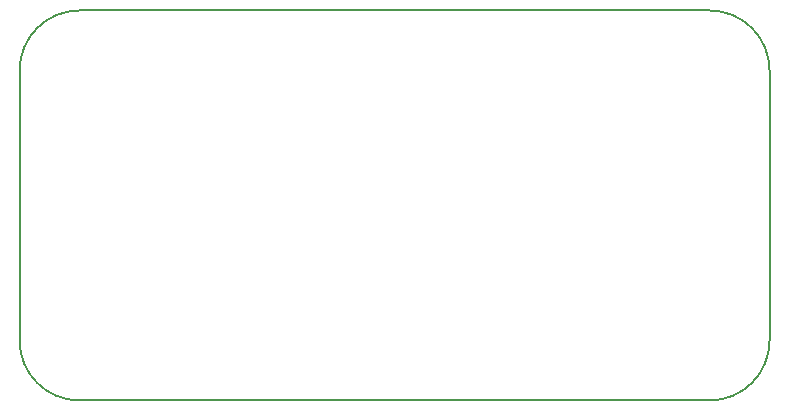
<source format=gbr>
G04 DesignSpark PCB Gerber Version 10.0 Build 5299*
%FSLAX35Y35*%
%MOIN*%
%ADD14C,0.00500*%
X0Y0D02*
D02*
D14*
X20250Y250D02*
G75*
G02*
X250Y20250I0J20000D01*
G01*
Y110250D01*
G75*
G02*
X20250Y130250I20000J0D01*
G01*
X230250D01*
G75*
G02*
X250250Y110250I0J-20000D01*
G01*
Y20250D01*
G75*
G02*
X230250Y250I-20000J0D01*
G01*
X20250D01*
X0Y0D02*
M02*

</source>
